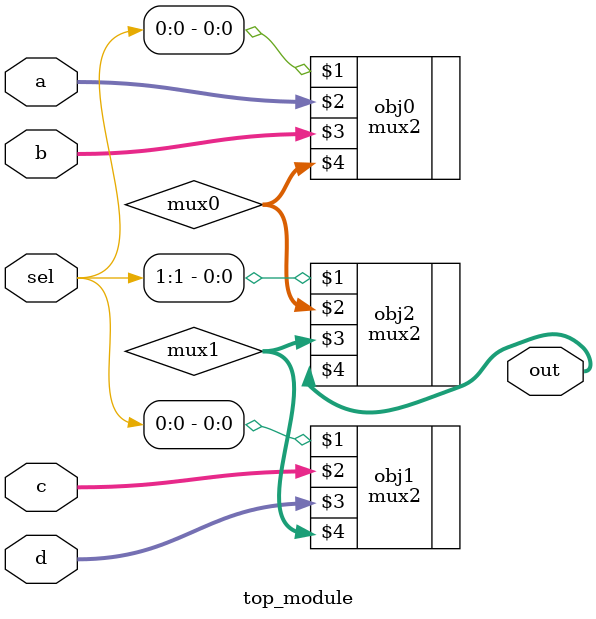
<source format=v>
module top_module (
    input [1:0] sel,
    input [7:0] a,
    input [7:0] b,
    input [7:0] c,
    input [7:0] d,
    output [7:0] out  ); //

    wire [7:0] mux0, mux1;
    
    mux2 obj0 ( sel[0],    a,    b, mux0 );
    mux2 obj1 ( sel[0],    c,    d, mux1 );
    mux2 obj2 ( sel[1], mux0, mux1,  out );

endmodule

</source>
